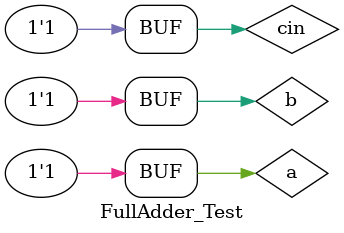
<source format=v>
`timescale 1ns / 1ps


module FullAdder_Test;

	// Inputs
	reg a;
	reg b;
	reg cin;

	// Outputs
	wire sum;
	wire cout;

	// Instantiate the Unit Under Test (UUT)
	FullAdder uut (
		.a(a), 
		.b(b), 
		.cin(cin), 
		.sum(sum), 
		.cout(cout)
	);

	initial begin
		// Initialize Inputs
		a = 0;
		b = 0;
		cin = 0;

		// Wait 100 ns for global reset to finish
		#100;
        
		// Add stimulus here
		a = 1;
		b = 0;
		cin = 0;
		
		#100;

		a = 0;
		b = 1;
		cin = 0;
		
		#100;

		a = 0;
		b = 0;
		cin = 1;
		
		#100;
		
		a = 1;
		b = 0;
		cin = 1;
		
		#100;
		
		a = 1;
		b = 1;
		cin = 0;
		
		#100;
		
		a = 1;
		b = 1;
		cin = 1;
		
		#100;
	end
      
endmodule


</source>
